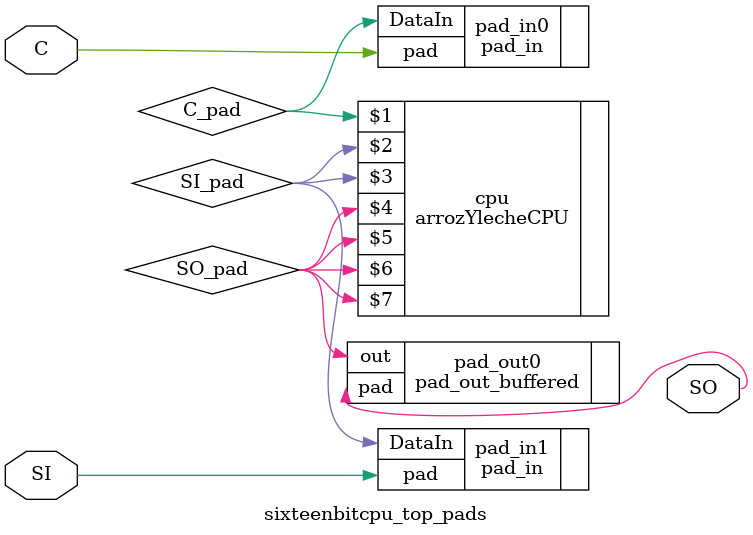
<source format=v>
`include "/home/u1174481/VLSI/VSLI_Project/tsmc_template/design_compiler/HDL/GATE/padlib_tsmc180_innovus.v" 

`include "/home/u1174481/VLSI/VSLI_Project/tsmc_template/design_compiler/HDL/GATE/16bitcpu_mapped.v" 


//Instantiate the TOP module
module sixteenbitcpu_top_pads ( C, SI, SO );
  input C, SI;
  output SO;

//Instantiate the necessary pads. Here we need 2 inputs pads and 1 output pads.
pad_in pad_in0 (.pad(C), .DataIn(C_pad));
pad_in pad_in1 (.pad(SI), .DataIn(SI_pad));
pad_out_buffered pad_out0 (.pad(SO), .out(SO_pad));

//We also need 1 VDD and 1 GND pad
pad_vdd pad_vdd0 ();
pad_gnd pad_gnd0 ();

//We also need 4 corners pad so the pad ring is continous.
pad_corner corner0 ();
pad_corner corner1 ();
pad_corner corner2 ();
pad_corner corner3 ();

//Finally, we instantiate the verilog moduke obtained after synthesis.
arrozYlecheCPU cpu(C_pad, SI_pad, SI_pad, SO_pad, SO_pad, SO_pad, SO_pad);
endmodule

</source>
